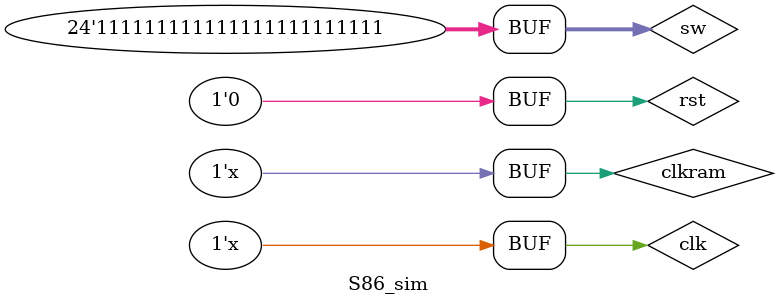
<source format=v>
`timescale 1ns / 1ps
module S86_sim();
    reg clk;
    reg clkram;
    reg rst;    
    reg  [23:0] sw;
    wire [23:0] led;

    initial
    begin 
        clk = 0;
        clkram = 0;
        rst = 1;
        sw = 24'hffffff;
        #200 rst = 0;
    end

    always #50 clk = ~clk;
    always #25 clkram = ~clkram;
    
    S86_sys S86_sys(
                .CLK10MHZ(clk),
                .CLK20MHZ(clkram),
                .CPU_RESET(rst),
                //UART program downloader slave interface
                .PG_CLKIn(1'b0),
                .PG_RST(1'b1),
                .PG_WEN(2'b00),       
                .PG_DIN(16'h0000),       
                .PG_ADR(16'h0000),
                .PG_DONE(1'b1),   
                .IO_LED(led),
                .IO_Switch(sw)
                );

endmodule

</source>
